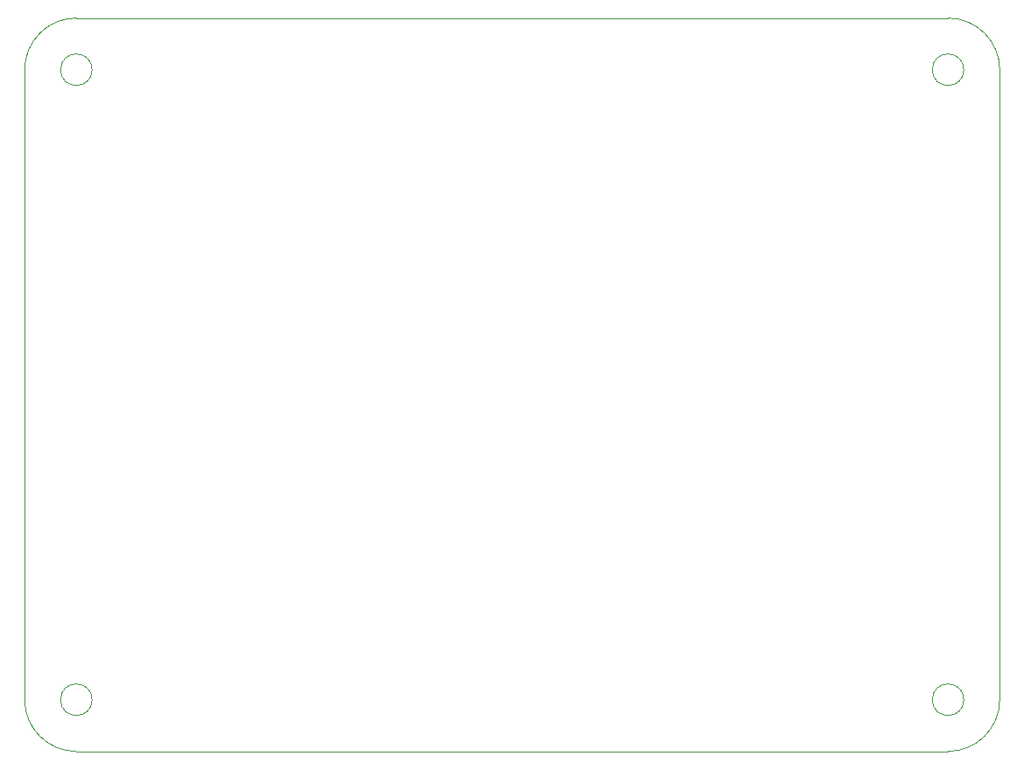
<source format=gbr>
G04 #@! TF.GenerationSoftware,KiCad,Pcbnew,6.0.7-f9a2dced07~116~ubuntu20.04.1*
G04 #@! TF.CreationDate,2022-09-05T17:51:23+02:00*
G04 #@! TF.ProjectId,TaupunktLuefter,54617570-756e-46b7-944c-756566746572,1.5*
G04 #@! TF.SameCoordinates,Original*
G04 #@! TF.FileFunction,Profile,NP*
%FSLAX46Y46*%
G04 Gerber Fmt 4.6, Leading zero omitted, Abs format (unit mm)*
G04 Created by KiCad (PCBNEW 6.0.7-f9a2dced07~116~ubuntu20.04.1) date 2022-09-05 17:51:23*
%MOMM*%
%LPD*%
G01*
G04 APERTURE LIST*
G04 #@! TA.AperFunction,Profile*
%ADD10C,0.050000*%
G04 #@! TD*
G04 APERTURE END LIST*
D10*
X110207000Y-18542000D02*
G75*
G03*
X110207000Y-18542000I-1524000J0D01*
G01*
X113683000Y-18542000D02*
G75*
G03*
X108683000Y-13542000I-5000000J0D01*
G01*
X25879000Y-79502000D02*
G75*
G03*
X25879000Y-79502000I-1524000J0D01*
G01*
X19355000Y-18542000D02*
X19355000Y-79502000D01*
X19355000Y-79502000D02*
G75*
G03*
X24355000Y-84502000I5000000J0D01*
G01*
X25879000Y-18542000D02*
G75*
G03*
X25879000Y-18542000I-1524000J0D01*
G01*
X24355000Y-84502000D02*
X108683000Y-84502000D01*
X24355000Y-13542000D02*
X108683000Y-13542000D01*
X113683000Y-18542000D02*
X113683000Y-79502000D01*
X24355000Y-13542000D02*
G75*
G03*
X19355000Y-18542000I0J-5000000D01*
G01*
X108683000Y-84502000D02*
G75*
G03*
X113683000Y-79502000I0J5000000D01*
G01*
X110207000Y-79502000D02*
G75*
G03*
X110207000Y-79502000I-1524000J0D01*
G01*
M02*

</source>
